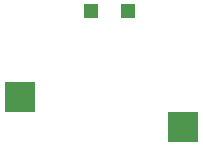
<source format=gbr>
%TF.GenerationSoftware,KiCad,Pcbnew,(5.1.9)-1*%
%TF.CreationDate,2021-03-16T12:24:23-04:00*%
%TF.ProjectId,baby,62616279-2e6b-4696-9361-645f70636258,rev?*%
%TF.SameCoordinates,Original*%
%TF.FileFunction,Paste,Top*%
%TF.FilePolarity,Positive*%
%FSLAX46Y46*%
G04 Gerber Fmt 4.6, Leading zero omitted, Abs format (unit mm)*
G04 Created by KiCad (PCBNEW (5.1.9)-1) date 2021-03-16 12:24:23*
%MOMM*%
%LPD*%
G01*
G04 APERTURE LIST*
%ADD10R,2.550000X2.500000*%
%ADD11R,1.200000X1.200000*%
G04 APERTURE END LIST*
D10*
%TO.C,K1*%
X49590000Y-52546200D03*
X63440000Y-55086200D03*
%TD*%
D11*
%TO.C,D1*%
X55575000Y-45243800D03*
X58725000Y-45243800D03*
%TD*%
M02*

</source>
